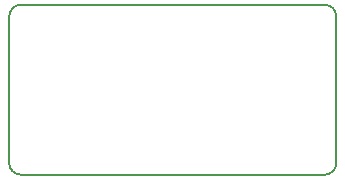
<source format=gbr>
G04 (created by PCBNEW (2013-03-31 BZR 4008)-stable) date 5/19/2013 11:59:27 AM*
%MOIN*%
G04 Gerber Fmt 3.4, Leading zero omitted, Abs format*
%FSLAX34Y34*%
G01*
G70*
G90*
G04 APERTURE LIST*
%ADD10C,0.006*%
%ADD11C,0.00590551*%
G04 APERTURE END LIST*
G54D10*
G54D11*
X30748Y-22834D02*
X30748Y-17952D01*
X20236Y-17559D02*
X30354Y-17559D01*
X30748Y-17952D02*
G75*
G03X30354Y-17559I-393J0D01*
G74*
G01*
X19842Y-17952D02*
X19842Y-22834D01*
X20236Y-17559D02*
G75*
G03X19842Y-17952I0J-393D01*
G74*
G01*
X30354Y-23228D02*
X20236Y-23228D01*
X30354Y-23228D02*
G75*
G03X30748Y-22834I0J393D01*
G74*
G01*
X19842Y-22834D02*
G75*
G03X20236Y-23228I393J0D01*
G74*
G01*
M02*

</source>
